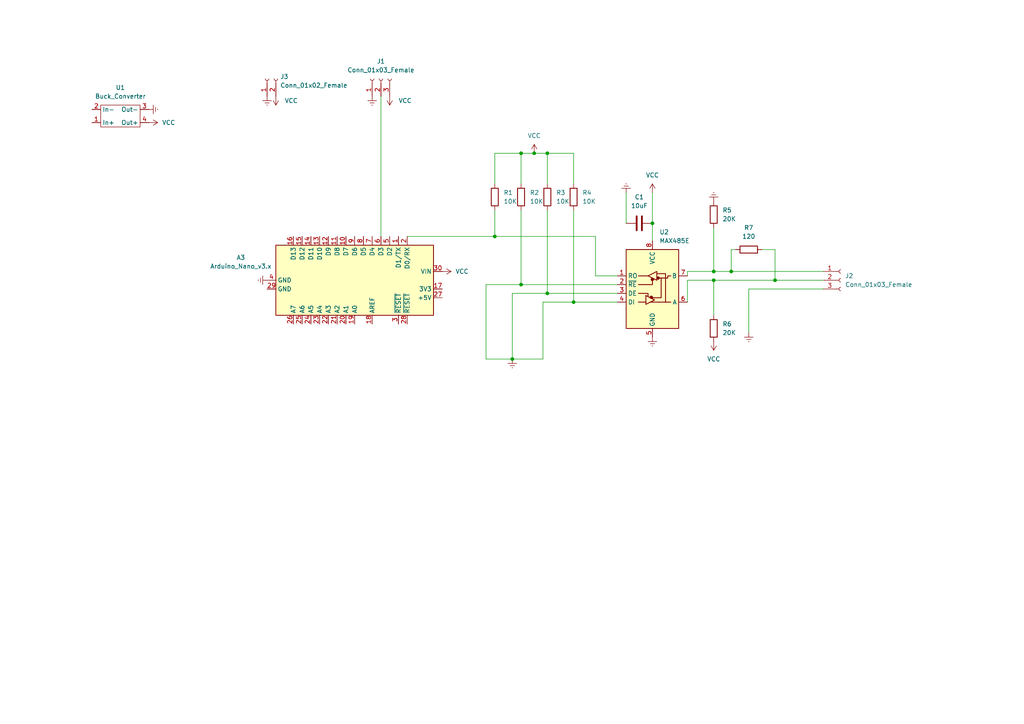
<source format=kicad_sch>
(kicad_sch (version 20211123) (generator eeschema)
  (paper "A4")
  (lib_symbols
    (symbol "Connector:Conn_01x02_Female" (pin_names (offset 1.016) hide)
      (property "Reference" "J" (at 0 2.54 0))
      (property "Value" "Conn_01x02_Female" (at 0 -5.08 0))
      (symbol "Conn_01x02_Female_1_1"
        (arc (start 0 -2.032) (mid -0.508 -2.54) (end 0 -3.048) (stroke (width 0.1524)))
        (polyline (pts (xy -1.27 -2.54) (xy -0.508 -2.54)) (stroke (width 0.1524)))
        (polyline (pts (xy -1.27 0) (xy -0.508 0)) (stroke (width 0.1524)))
        (arc (start 0 0.508) (mid -0.508 0) (end 0 -0.508) (stroke (width 0.1524)))
        (pin passive line (at -5.08 0 0) (length 3.81) (name "Pin_1") (number "1"))
        (pin passive line (at -5.08 -2.54 0) (length 3.81) (name "Pin_2") (number "2"))
      )
    )
    (symbol "Connector:Conn_01x03_Female" (pin_names (offset 1.016) hide)
      (property "Reference" "J" (at 0 5.08 0))
      (property "Value" "Conn_01x03_Female" (at 0 -5.08 0))
      (symbol "Conn_01x03_Female_1_1"
        (arc (start 0 -2.032) (mid -0.508 -2.54) (end 0 -3.048) (stroke (width 0.1524)))
        (polyline (pts (xy -1.27 -2.54) (xy -0.508 -2.54)) (stroke (width 0.1524)))
        (polyline (pts (xy -1.27 0) (xy -0.508 0)) (stroke (width 0.1524)))
        (polyline (pts (xy -1.27 2.54) (xy -0.508 2.54)) (stroke (width 0.1524)))
        (arc (start 0 0.508) (mid -0.508 0) (end 0 -0.508) (stroke (width 0.1524)))
        (arc (start 0 3.048) (mid -0.508 2.54) (end 0 2.032) (stroke (width 0.1524)))
        (pin passive line (at -5.08 2.54 0) (length 3.81) (name "Pin_1") (number "1"))
        (pin passive line (at -5.08 0 0) (length 3.81) (name "Pin_2") (number "2"))
        (pin passive line (at -5.08 -2.54 0) (length 3.81) (name "Pin_3") (number "3"))
      )
    )
    (symbol "Device:C" (pin_numbers hide) (pin_names (offset 0.254))
      (property "Reference" "C" (at 0.635 2.54 0))
      (property "Value" "C" (at 0.635 -2.54 0))
      (symbol "C_0_1"
        (polyline (pts (xy -2.032 -0.762) (xy 2.032 -0.762)) (stroke (width 0.508)))
        (polyline (pts (xy -2.032 0.762) (xy 2.032 0.762)) (stroke (width 0.508)))
      )
      (symbol "C_1_1"
        (pin passive line (at 0 3.81 270) (length 2.794) (name "~") (number "1"))
        (pin passive line (at 0 -3.81 90) (length 2.794) (name "~") (number "2"))
      )
    )
    (symbol "Device:R" (pin_numbers hide) (pin_names (offset 0))
      (property "Reference" "R" (at 2.032 0 90))
      (property "Value" "R" (at 0 0 90))
      (symbol "R_0_1"
        (rectangle (start -1.016 -2.54) (end 1.016 2.54) (stroke (width 0.254)))
      )
      (symbol "R_1_1"
        (pin passive line (at 0 3.81 270) (length 1.27) (name "~") (number "1"))
        (pin passive line (at 0 -3.81 90) (length 1.27) (name "~") (number "2"))
      )
    )
    (symbol "Interface_UART:MAX485E"
      (property "Reference" "U" (at -6.096 11.43 0))
      (property "Value" "MAX485E" (at 0.762 11.43 0))
      (symbol "MAX485E_0_1"
        (rectangle (start -7.62 10.16) (end 7.62 -12.7) (stroke (width 0.254)) (fill (type background)))
        (circle (center -0.3048 -3.683) (radius 0.3556) (stroke (width 0.254)) (fill (type outline)))
        (circle (center -0.0254 1.4986) (radius 0.3556) (stroke (width 0.254)) (fill (type outline)))
        (polyline (pts (xy -4.064 -5.08) (xy -1.905 -5.08)) (stroke (width 0.254)))
        (polyline (pts (xy -4.064 2.54) (xy -1.27 2.54)) (stroke (width 0.254)))
        (polyline (pts (xy -1.27 -3.2004) (xy -1.27 -3.4544)) (stroke (width 0.254)))
        (polyline (pts (xy -0.635 -5.08) (xy 5.334 -5.08)) (stroke (width 0.254)))
        (polyline (pts (xy -4.064 -2.54) (xy -1.27 -2.54) (xy -1.27 -3.175)) (stroke (width 0.254)))
        (polyline (pts (xy 0 1.27) (xy 0 0) (xy -4.064 0)) (stroke (width 0.254)))
        (polyline (pts (xy 1.27 3.175) (xy 3.81 3.175) (xy 3.81 -5.08)) (stroke (width 0.254)))
        (polyline (pts (xy 2.54 1.905) (xy 2.54 -3.81) (xy 0 -3.81)) (stroke (width 0.254)))
        (polyline (pts (xy -1.905 -3.175) (xy -1.905 -5.715) (xy 0.635 -4.445) (xy -1.905 -3.175)) (stroke (width 0.254)))
        (polyline (pts (xy -1.27 2.54) (xy 1.27 3.81) (xy 1.27 1.27) (xy -1.27 2.54)) (stroke (width 0.254)))
        (polyline (pts (xy 1.905 1.905) (xy 4.445 1.905) (xy 4.445 2.54) (xy 5.334 2.54)) (stroke (width 0.254)))
        (rectangle (start 1.27 3.175) (end 1.27 3.175))
        (circle (center 1.651 1.905) (radius 0.3556) (stroke (width 0.254)) (fill (type outline)))
      )
      (symbol "MAX485E_1_1"
        (pin output line (at -10.16 2.54 0) (length 2.54) (name "RO") (number "1"))
        (pin input line (at -10.16 0 0) (length 2.54) (name "~{RE}") (number "2"))
        (pin input line (at -10.16 -2.54 0) (length 2.54) (name "DE") (number "3"))
        (pin input line (at -10.16 -5.08 0) (length 2.54) (name "DI") (number "4"))
        (pin power_in line (at 0 -15.24 90) (length 2.54) (name "GND") (number "5"))
        (pin bidirectional line (at 10.16 -5.08 180) (length 2.54) (name "A") (number "6"))
        (pin bidirectional line (at 10.16 2.54 180) (length 2.54) (name "B") (number "7"))
        (pin power_in line (at 0 12.7 270) (length 2.54) (name "VCC") (number "8"))
      )
    )
    (symbol "MCU_Module:Arduino_Nano_v3.x"
      (property "Reference" "A" (at -10.16 23.495 0))
      (property "Value" "Arduino_Nano_v3.x" (at 5.08 -24.13 0))
      (symbol "Arduino_Nano_v3.x_0_1"
        (rectangle (start -10.16 22.86) (end 10.16 -22.86) (stroke (width 0.254)) (fill (type background)))
      )
      (symbol "Arduino_Nano_v3.x_1_1"
        (pin bidirectional line (at -12.7 12.7 0) (length 2.54) (name "D1/TX") (number "1"))
        (pin bidirectional line (at -12.7 -2.54 0) (length 2.54) (name "D7") (number "10"))
        (pin bidirectional line (at -12.7 -5.08 0) (length 2.54) (name "D8") (number "11"))
        (pin bidirectional line (at -12.7 -7.62 0) (length 2.54) (name "D9") (number "12"))
        (pin bidirectional line (at -12.7 -10.16 0) (length 2.54) (name "D10") (number "13"))
        (pin bidirectional line (at -12.7 -12.7 0) (length 2.54) (name "D11") (number "14"))
        (pin bidirectional line (at -12.7 -15.24 0) (length 2.54) (name "D12") (number "15"))
        (pin bidirectional line (at -12.7 -17.78 0) (length 2.54) (name "D13") (number "16"))
        (pin power_out line (at 2.54 25.4 270) (length 2.54) (name "3V3") (number "17"))
        (pin input line (at 12.7 5.08 180) (length 2.54) (name "AREF") (number "18"))
        (pin bidirectional line (at 12.7 0 180) (length 2.54) (name "A0") (number "19"))
        (pin bidirectional line (at -12.7 15.24 0) (length 2.54) (name "D0/RX") (number "2"))
        (pin bidirectional line (at 12.7 -2.54 180) (length 2.54) (name "A1") (number "20"))
        (pin bidirectional line (at 12.7 -5.08 180) (length 2.54) (name "A2") (number "21"))
        (pin bidirectional line (at 12.7 -7.62 180) (length 2.54) (name "A3") (number "22"))
        (pin bidirectional line (at 12.7 -10.16 180) (length 2.54) (name "A4") (number "23"))
        (pin bidirectional line (at 12.7 -12.7 180) (length 2.54) (name "A5") (number "24"))
        (pin bidirectional line (at 12.7 -15.24 180) (length 2.54) (name "A6") (number "25"))
        (pin bidirectional line (at 12.7 -17.78 180) (length 2.54) (name "A7") (number "26"))
        (pin power_out line (at 5.08 25.4 270) (length 2.54) (name "+5V") (number "27"))
        (pin input line (at 12.7 15.24 180) (length 2.54) (name "~{RESET}") (number "28"))
        (pin power_in line (at 2.54 -25.4 90) (length 2.54) (name "GND") (number "29"))
        (pin input line (at 12.7 12.7 180) (length 2.54) (name "~{RESET}") (number "3"))
        (pin power_in line (at -2.54 25.4 270) (length 2.54) (name "VIN") (number "30"))
        (pin power_in line (at 0 -25.4 90) (length 2.54) (name "GND") (number "4"))
        (pin bidirectional line (at -12.7 10.16 0) (length 2.54) (name "D2") (number "5"))
        (pin bidirectional line (at -12.7 7.62 0) (length 2.54) (name "D3") (number "6"))
        (pin bidirectional line (at -12.7 5.08 0) (length 2.54) (name "D4") (number "7"))
        (pin bidirectional line (at -12.7 2.54 0) (length 2.54) (name "D5") (number "8"))
        (pin bidirectional line (at -12.7 0 0) (length 2.54) (name "D6") (number "9"))
      )
    )
    (symbol "power:Earth" (power) (pin_names (offset 0))
      (symbol "Earth_0_1"
        (polyline (pts (xy -0.635 -1.905) (xy 0.635 -1.905)))
        (polyline (pts (xy -0.127 -2.54) (xy 0.127 -2.54)))
        (polyline (pts (xy 0 -1.27) (xy 0 0)))
        (polyline (pts (xy 1.27 -1.27) (xy -1.27 -1.27)))
      )
      (symbol "Earth_1_1"
        (pin power_in line (at 0 0 270) (length 0) hide (name "Earth") (number "1"))
      )
    )
    (symbol "power:VCC" (power) (pin_names (offset 0))
      (property "Value" "VCC" (at 0 3.81 0))
      (symbol "VCC_0_1"
        (polyline (pts (xy -0.762 1.27) (xy 0 2.54)))
        (polyline (pts (xy 0 0) (xy 0 2.54)))
        (polyline (pts (xy 0 2.54) (xy 0.762 1.27)))
      )
      (symbol "VCC_1_1"
        (pin power_in line (at 0 0 90) (length 0) hide (name "VCC") (number "1"))
      )
    )
    (symbol "project:Buck_Converter"
      (property "Reference" "U" (at 0 15.24 0))
      (property "Value" "Buck_Converter" (at 0 10.16 0))
      (symbol "Buck_Converter_0_0"
        (rectangle (start -6.35 2.54) (end 5.08 -3.81))
      )
      (symbol "Buck_Converter_1_1"
        (pin power_in line (at -8.89 -2.54 0) (length 2.54) (name "In+") (number "1"))
        (pin power_in line (at -8.89 1.27 0) (length 2.54) (name "In-") (number "2"))
        (pin power_out line (at 7.62 1.27 180) (length 2.54) (name "Out-") (number "3"))
        (pin power_out line (at 7.62 -2.54 180) (length 2.54) (name "Out+") (number "4"))
      )
    )
  )
  (junction (at 158.75 85.09))
  (junction (at 207.01 78.74))
  (junction (at 143.51 68.58))
  (junction (at 224.79 81.28))
  (junction (at 189.23 64.77))
  (junction (at 151.13 44.45))
  (junction (at 148.59 104.14))
  (junction (at 207.01 81.28))
  (junction (at 151.13 82.55))
  (junction (at 158.75 44.45))
  (junction (at 166.37 87.63))
  (junction (at 154.94 44.45))
  (junction (at 212.09 78.74))
  (wire (pts (xy 151.13 44.45) (xy 154.94 44.45)))
  (wire (pts (xy 224.79 72.39) (xy 224.79 81.28)))
  (wire (pts (xy 172.72 68.58) (xy 172.72 80.01)))
  (wire (pts (xy 158.75 60.96) (xy 158.75 85.09)))
  (wire (pts (xy 166.37 44.45) (xy 166.37 53.34)))
  (wire (pts (xy 199.39 78.74) (xy 199.39 80.01)))
  (wire (pts (xy 238.76 83.82) (xy 217.17 83.82)))
  (wire (pts (xy 166.37 60.96) (xy 166.37 87.63)))
  (wire (pts (xy 143.51 68.58) (xy 172.72 68.58)))
  (wire (pts (xy 212.09 72.39) (xy 212.09 78.74)))
  (wire (pts (xy 212.09 72.39) (xy 213.36 72.39)))
  (wire (pts (xy 207.01 78.74) (xy 199.39 78.74)))
  (wire (pts (xy 238.76 81.28) (xy 224.79 81.28)))
  (wire (pts (xy 157.48 87.63) (xy 157.48 104.14)))
  (wire (pts (xy 207.01 81.28) (xy 207.01 91.44)))
  (wire (pts (xy 140.97 82.55) (xy 151.13 82.55)))
  (wire (pts (xy 224.79 81.28) (xy 207.01 81.28)))
  (wire (pts (xy 143.51 60.96) (xy 143.51 68.58)))
  (wire (pts (xy 148.59 85.09) (xy 148.59 104.14)))
  (wire (pts (xy 158.75 44.45) (xy 166.37 44.45)))
  (wire (pts (xy 212.09 78.74) (xy 207.01 78.74)))
  (wire (pts (xy 179.07 87.63) (xy 166.37 87.63)))
  (wire (pts (xy 166.37 87.63) (xy 157.48 87.63)))
  (wire (pts (xy 143.51 44.45) (xy 151.13 44.45)))
  (wire (pts (xy 140.97 104.14) (xy 148.59 104.14)))
  (wire (pts (xy 181.61 55.88) (xy 181.61 64.77)))
  (wire (pts (xy 189.23 64.77) (xy 189.23 69.85)))
  (wire (pts (xy 151.13 44.45) (xy 151.13 53.34)))
  (wire (pts (xy 140.97 82.55) (xy 140.97 104.14)))
  (wire (pts (xy 148.59 85.09) (xy 158.75 85.09)))
  (wire (pts (xy 207.01 66.04) (xy 207.01 78.74)))
  (wire (pts (xy 154.94 44.45) (xy 158.75 44.45)))
  (wire (pts (xy 143.51 53.34) (xy 143.51 44.45)))
  (wire (pts (xy 151.13 82.55) (xy 179.07 82.55)))
  (wire (pts (xy 110.49 27.94) (xy 110.49 68.58)))
  (wire (pts (xy 207.01 81.28) (xy 199.39 81.28)))
  (wire (pts (xy 158.75 85.09) (xy 179.07 85.09)))
  (wire (pts (xy 151.13 60.96) (xy 151.13 82.55)))
  (wire (pts (xy 158.75 44.45) (xy 158.75 53.34)))
  (wire (pts (xy 189.23 55.88) (xy 189.23 64.77)))
  (wire (pts (xy 148.59 104.14) (xy 157.48 104.14)))
  (wire (pts (xy 118.11 68.58) (xy 143.51 68.58)))
  (wire (pts (xy 212.09 78.74) (xy 238.76 78.74)))
  (wire (pts (xy 172.72 80.01) (xy 179.07 80.01)))
  (wire (pts (xy 217.17 83.82) (xy 217.17 96.52)))
  (wire (pts (xy 220.98 72.39) (xy 224.79 72.39)))
  (wire (pts (xy 199.39 81.28) (xy 199.39 87.63)))
  (symbol (lib_id "Device:R") (at 151.13 57.15 0) (unit 1)
    (property "Reference" "R2" (at 153.67 55.8799 0) (effects (justify left)))
    (property "Value" "10K" (at 153.67 58.4199 0) (effects (justify left)))
    (property "Footprint" "Resistor_SMD:R_0603_1608Metric" (effects hide))
  )
  (symbol (lib_id "power:Earth") (at 217.17 96.52 0) (unit 1)
    (property "Reference" "#PWR0105" (effects hide))
    (property "Value" "Earth" (effects hide))
  )
  (symbol (lib_id "Interface_UART:MAX485E") (at 189.23 82.55 0) (unit 1)
    (property "Reference" "U2" (at 191.2494 67.31 0) (effects (justify left)))
    (property "Value" "MAX485E" (at 191.2494 69.85 0) (effects (justify left)))
    (property "Footprint" "Package_SO:SOIC-8-1EP_3.9x4.9mm_P1.27mm_EP2.29x3mm" (effects hide))
    (property "Datasheet" "https://datasheets.maximintegrated.com/en/ds/MAX1487E-MAX491E.pdf" (effects hide))
  )
  (symbol (lib_id "Device:R") (at 158.75 57.15 0) (unit 1)
    (property "Reference" "R3" (at 161.29 55.8799 0) (effects (justify left)))
    (property "Value" "10K" (at 161.29 58.4199 0) (effects (justify left)))
    (property "Footprint" "Resistor_SMD:R_0603_1608Metric" (effects hide))
  )
  (symbol (lib_id "power:VCC") (at 128.27 78.74 270) (unit 1)
    (property "Reference" "#PWR0108" (effects hide))
    (property "Value" "VCC" (at 132.08 78.7399 90) (effects (justify left)))
  )
  (symbol (lib_id "power:VCC") (at 43.18 35.56 270) (unit 1)
    (property "Reference" "#PWR0113" (effects hide))
    (property "Value" "VCC" (at 46.99 35.5599 90) (effects (justify left)))
  )
  (symbol (lib_id "power:VCC") (at 113.03 27.94 180) (unit 1)
    (property "Reference" "#PWR0111" (effects hide))
    (property "Value" "VCC" (at 115.57 29.2099 0) (effects (justify right)))
  )
  (symbol (lib_id "Device:R") (at 217.17 72.39 270) (unit 1)
    (property "Reference" "R7" (at 217.17 66.04 90))
    (property "Value" "120" (at 217.17 68.58 90))
    (property "Footprint" "Resistor_SMD:R_0603_1608Metric" (effects hide))
  )
  (symbol (lib_id "power:VCC") (at 154.94 44.45 0) (unit 1)
    (property "Reference" "#PWR0107" (effects hide))
    (property "Value" "VCC" (at 154.94 39.37 0))
  )
  (symbol (lib_id "power:Earth") (at 43.18 31.75 90) (unit 1)
    (property "Reference" "#PWR0109" (effects hide))
    (property "Value" "Earth" (effects hide))
  )
  (symbol (lib_id "Connector:Conn_01x03_Female") (at 110.49 22.86 90) (unit 1)
    (property "Reference" "J1" (at 110.49 17.78 90))
    (property "Value" "Conn_01x03_Female" (at 110.49 20.32 90))
    (property "Footprint" "Connector_PinHeader_1.27mm:PinHeader_1x03_P1.27mm_Vertical" (effects hide))
  )
  (symbol (lib_id "Device:R") (at 143.51 57.15 0) (unit 1)
    (property "Reference" "R1" (at 146.05 55.8799 0) (effects (justify left)))
    (property "Value" "10K" (at 146.05 58.4199 0) (effects (justify left)))
    (property "Footprint" "Resistor_SMD:R_0603_1608Metric" (effects hide))
  )
  (symbol (lib_id "Connector:Conn_01x03_Female") (at 243.84 81.28 0) (unit 1)
    (property "Reference" "J2" (at 245.11 80.0099 0) (effects (justify left)))
    (property "Value" "Conn_01x03_Female" (at 245.11 82.5499 0) (effects (justify left)))
    (property "Footprint" "Connector_PinHeader_1.27mm:PinHeader_1x03_P1.27mm_Vertical" (effects hide))
  )
  (symbol (lib_id "power:Earth") (at 77.47 81.28 270) (unit 1)
    (property "Reference" "#PWR0112" (effects hide))
    (property "Value" "Earth" (effects hide))
  )
  (symbol (lib_id "project:Buck_Converter") (at 35.56 33.02 0) (unit 1)
    (property "Reference" "U1" (at 34.925 25.4 0))
    (property "Value" "Buck_Converter" (at 34.925 27.94 0))
  )
  (symbol (lib_id "power:VCC") (at 207.01 99.06 180) (unit 1)
    (property "Reference" "#PWR0104" (effects hide))
    (property "Value" "VCC" (at 207.01 104.14 0))
  )
  (symbol (lib_id "power:VCC") (at 80.01 27.94 180) (unit 1)
    (property "Reference" "#PWR0115" (effects hide))
    (property "Value" "VCC" (at 82.55 29.2099 0) (effects (justify right)))
  )
  (symbol (lib_id "power:Earth") (at 148.59 104.14 0) (unit 1)
    (property "Reference" "#PWR0103" (effects hide))
    (property "Value" "Earth" (effects hide))
  )
  (symbol (lib_id "Device:R") (at 207.01 95.25 0) (unit 1)
    (property "Reference" "R6" (at 209.55 93.9799 0) (effects (justify left)))
    (property "Value" "20K" (at 209.55 96.5199 0) (effects (justify left)))
    (property "Footprint" "Resistor_SMD:R_0603_1608Metric" (effects hide))
  )
  (symbol (lib_id "power:Earth") (at 77.47 27.94 0) (unit 1)
    (property "Reference" "#PWR0114" (effects hide))
    (property "Value" "Earth" (effects hide))
  )
  (symbol (lib_id "power:Earth") (at 189.23 97.79 0) (unit 1)
    (property "Reference" "#PWR0102" (effects hide))
    (property "Value" "Earth" (effects hide))
  )
  (symbol (lib_id "Device:R") (at 207.01 62.23 0) (unit 1)
    (property "Reference" "R5" (at 209.55 60.9599 0) (effects (justify left)))
    (property "Value" "20K" (at 209.55 63.4999 0) (effects (justify left)))
    (property "Footprint" "Resistor_SMD:R_0603_1608Metric" (effects hide))
  )
  (symbol (lib_id "power:Earth") (at 181.61 55.88 180) (unit 1)
    (property "Reference" "#PWR0116" (effects hide))
    (property "Value" "Earth" (effects hide))
  )
  (symbol (lib_id "power:VCC") (at 189.23 55.88 0) (unit 1)
    (property "Reference" "#PWR0101" (effects hide))
    (property "Value" "VCC" (at 189.23 50.8 0))
  )
  (symbol (lib_id "Connector:Conn_01x02_Female") (at 77.47 22.86 90) (unit 1)
    (property "Reference" "J3" (at 81.28 22.2249 90) (effects (justify right)))
    (property "Value" "Conn_01x02_Female" (at 81.28 24.7649 90) (effects (justify right)))
    (property "Footprint" "Connector_PinHeader_1.27mm:PinHeader_1x02_P1.27mm_Vertical" (effects hide))
  )
  (symbol (lib_id "MCU_Module:Arduino_Nano_v3.x") (at 102.87 81.28 270) (unit 1)
    (property "Reference" "A3" (at 69.85 74.7012 90))
    (property "Value" "Arduino_Nano_v3.x" (at 69.85 77.2412 90))
    (property "Footprint" "Module:Arduino_Nano" (effects hide))
    (property "Datasheet" "http://www.mouser.com/pdfdocs/Gravitech_Arduino_Nano3_0.pdf" (effects hide))
  )
  (symbol (lib_id "power:Earth") (at 207.01 58.42 180) (unit 1)
    (property "Reference" "#PWR0106" (effects hide))
    (property "Value" "Earth" (effects hide))
  )
  (symbol (lib_id "power:Earth") (at 107.95 27.94 0) (unit 1)
    (property "Reference" "#PWR0110" (effects hide))
    (property "Value" "Earth" (effects hide))
  )
  (symbol (lib_id "Device:C") (at 185.42 64.77 90) (unit 1)
    (property "Reference" "C1" (at 185.42 57.15 90))
    (property "Value" "10uF" (at 185.42 59.69 90))
    (property "Footprint" "Capacitor_SMD:C_0603_1608Metric" (effects hide))
  )
  (symbol (lib_id "Device:R") (at 166.37 57.15 0) (unit 1)
    (property "Reference" "R4" (at 168.91 55.8799 0) (effects (justify left)))
    (property "Value" "10K" (at 168.91 58.4199 0) (effects (justify left)))
    (property "Footprint" "Resistor_SMD:R_0603_1608Metric" (effects hide))
  )
)
</source>
